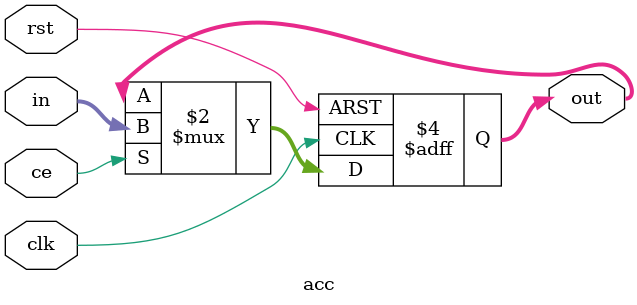
<source format=sv>
`ifndef ACC_SV
`define ACC_SV

module acc #(
    parameter int WIDTH = 8
) (
    input rst,
    input clk,
    input ce,
    input [WIDTH-1:0] in,
    output reg [WIDTH-1:0] out
);
    always_ff @(posedge clk, posedge rst) begin
        if (rst)
            out <= 0;
        else if (ce)
            out <= in;
    end
endmodule
`endif

</source>
